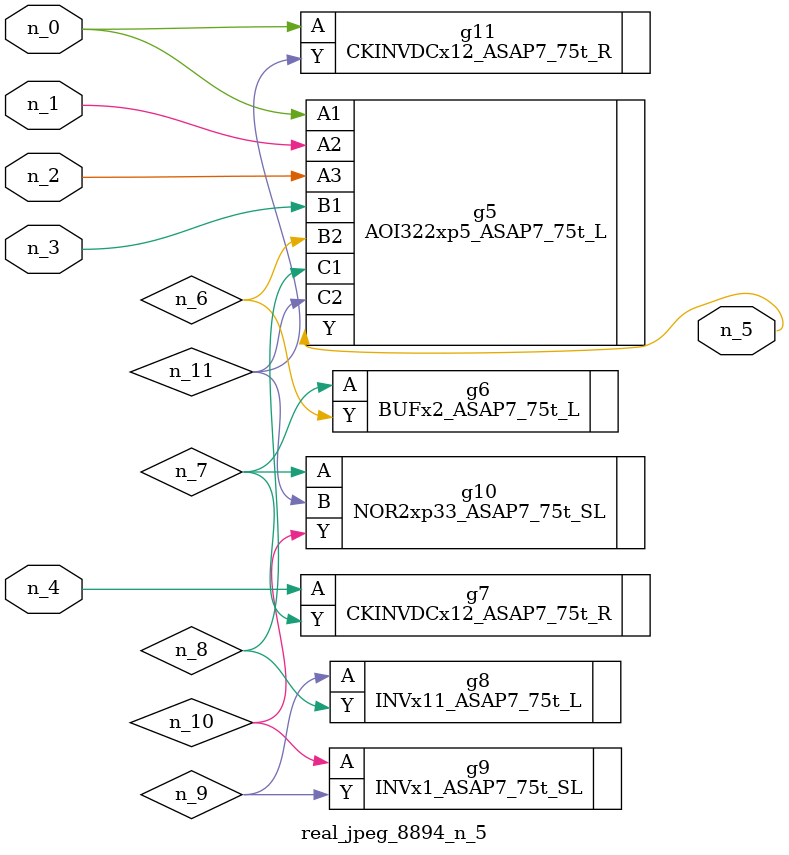
<source format=v>
module real_jpeg_8894_n_5 (n_4, n_0, n_1, n_2, n_3, n_5);

input n_4;
input n_0;
input n_1;
input n_2;
input n_3;

output n_5;

wire n_8;
wire n_11;
wire n_6;
wire n_7;
wire n_10;
wire n_9;

AOI322xp5_ASAP7_75t_L g5 ( 
.A1(n_0),
.A2(n_1),
.A3(n_2),
.B1(n_3),
.B2(n_6),
.C1(n_8),
.C2(n_11),
.Y(n_5)
);

CKINVDCx12_ASAP7_75t_R g11 ( 
.A(n_0),
.Y(n_11)
);

CKINVDCx12_ASAP7_75t_R g7 ( 
.A(n_4),
.Y(n_7)
);

BUFx2_ASAP7_75t_L g6 ( 
.A(n_7),
.Y(n_6)
);

NOR2xp33_ASAP7_75t_SL g10 ( 
.A(n_7),
.B(n_11),
.Y(n_10)
);

INVx11_ASAP7_75t_L g8 ( 
.A(n_9),
.Y(n_8)
);

INVx1_ASAP7_75t_SL g9 ( 
.A(n_10),
.Y(n_9)
);


endmodule
</source>
